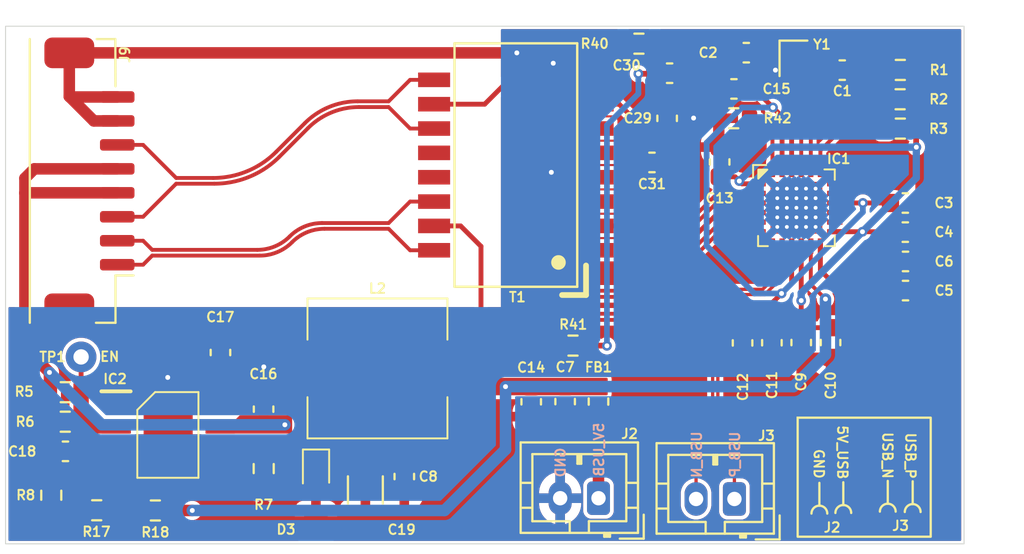
<source format=kicad_pcb>
(kicad_pcb (version 20241229) (generator "pcbnew") (generator_version "9.0")
  (layers (0 "F.Cu" signal) (2 "B.Cu" signal) (13 "F.Paste" user) (15 "B.Paste" user) (5 "F.SilkS" user "F.Silkscreen") (7 "B.SilkS" user "B.Silkscreen") (1 "F.Mask" user) (3 "B.Mask" user) (25 "Edge.Cuts" user))
  (net 0 "")
  (net 1 "/XOUT_1")
  (net 2 "GND")
  (net 3 "/XIN_1")
  (net 4 "VDD10")
  (net 5 "VDD3V3")
  (net 6 "VDD10_UPS")
  (net 7 "5V_LAN")
  (net 8 "5V_USB")
  (net 9 "Net-(IC1-SPISDO)")
  (net 10 "/U2DP")
  (net 14 "/P1")
  (net 15 "/N2")
  (net 16 "/P2")
  (net 17 "/N1")
  (net 18 "Net-(IC1-LANWAKEB)")
  (net 20 "VRAW")
  (net 21 "Net-(IC2-BST)")
  (net 22 "Net-(IC2-SW)")
  (net 23 "Net-(IC2-COMP)")
  (net 24 "Net-(C18-Pad1)")
  (net 25 "Net-(C29-Pad1)")
  (net 26 "Net-(C30-Pad1)")
  (net 27 "Net-(T1-CT1)")
  (net 28 "Net-(IC1-RSET)")
  (net 29 "Net-(IC2-EN)")
  (net 30 "Net-(IC2-FREQ)")
  (net 31 "Net-(IC2-FB)")
  (net 32 "Net-(T1-CT3)")
  (net 33 "Net-(T1-CT4)")
  (net 34 "TRD1_N")
  (net 35 "TRD1_P")
  (net 36 "TRD0_N")
  (net 37 "TRD0_P")
  (net 42 "/U2DN")
  (footprint "Capacitor_SMD:C_0603_1608Metric" (layer "F.Cu") (at 126.945 63.79 180)
    (property "Reference" "C5")
    (property "Value" "100nF")
  )
  (footprint "Resistor_SMD:R_0603_1608Metric" (layer "F.Cu") (at 117.985 54.8 180)
    (property "Reference" "R42")
    (property "Value" "75R")
  )
  (footprint "Capacitor_SMD:C_0603_1608Metric" (layer "F.Cu") (at 117.995 53.27)
    (property "Reference" "C15")
    (property "Value" "100nF")
  )
  (footprint "Connector_JST:JST_PH_B2B-PH-K_1x02_P2.00mm_Vertical" (layer "F.Cu") (at 110.93 74.62 180)
    (property "Reference" "J2")
    (property "Value" "B2B-PH-K-S(LF)(SN)")
  )
  (footprint "Capacitor_SMD:C_0603_1608Metric" (layer "F.Cu") (at 114.64 52.45)
    (property "Reference" "C30")
    (property "Value" "1nF")
  )
  (footprint "Resistor_SMD:R_0603_1608Metric" (layer "F.Cu") (at 83.114 70.63 180)
    (property "Reference" "R6")
    (property "Value" "24.9K")
  )
  (footprint "Footprint Library:MP1584N" (layer "F.Cu") (at 88.482 71.535)
    (property "Reference" "IC2")
    (property "Value" "MP1584EN-LF-Z" (hide yes))
  )
  (footprint "Footprint Library:H1102NL" (layer "F.Cu") (at 106.62 57.24175 90)
    (property "Reference" "T1")
    (property "Value" "H1102NL" (hide yes))
  )
  (footprint "Connector_JST:JST_PH_B2B-PH-K_1x02_P2.00mm_Vertical" (layer "F.Cu") (at 118.02 74.66 180)
    (property "Reference" "J3")
    (property "Value" "B2B-PH-K-S(LF)(SN)")
  )
  (footprint "Footprint Library:0603_Ferrite Beads" (layer "F.Cu") (at 110.93 69.58 -90)
    (property "Reference" "FB1")
    (property "Value" "BLM18AG102SN1D")
  )
  (footprint "Resistor_SMD:R_0603_1608Metric" (layer "F.Cu") (at 87.814 75.26)
    (property "Reference" "R18")
    (property "Value" "210K")
  )
  (footprint "Capacitor_SMD:C_0603_1608Metric" (layer "F.Cu") (at 109.19 69.58 90)
    (property "Reference" "C7")
    (property "Value" "100nF")
  )
  (footprint "Footprint Library:SRI0704-100M" (layer "F.Cu") (at 99.4 67.85 -90)
    (property "Reference" "L2")
    (property "Value" "SRI0704-100M" (hide yes))
  )
  (footprint "Capacitor_SMD:C_0603_1608Metric" (layer "F.Cu") (at 121.505 66.5 90)
    (property "Reference" "C9")
    (property "Value" "100nF")
  )
  (footprint "Resistor_SMD:R_0603_1608Metric" (layer "F.Cu") (at 93.466 73.075 -90)
    (property "Reference" "R7")
    (property "Value" "100K")
  )
  (footprint "Capacitor_SMD:C_0603_1608Metric" (layer "F.Cu") (at 126.935 59.22 180)
    (property "Reference" "C3")
    (property "Value" "100nF")
  )
  (footprint "Capacitor_SMD:C_0603_1608Metric" (layer "F.Cu") (at 119.975 66.51 90)
    (property "Reference" "C11")
    (property "Value" "100nF")
  )
  (footprint "Capacitor_SMD:C_0603_1608Metric" (layer "F.Cu") (at 123.035 66.5 90)
    (property "Reference" "C10")
    (property "Value" "4.7uF")
  )
  (footprint "Capacitor_SMD:C_0603_1608Metric" (layer "F.Cu") (at 118.64 51.38 180)
    (property "Reference" "C2")
    (property "Value" "22pF")
  )
  (footprint "Resistor_SMD:R_0603_1608Metric" (layer "F.Cu") (at 82.384 74.465 -90)
    (property "Reference" "R8")
    (property "Value" "100K")
  )
  (footprint "Resistor_SMD:R_0603_1608Metric" (layer "F.Cu") (at 84.755 75.25 180)
    (property "Reference" "R17")
    (property "Value" "40.2K")
  )
  (footprint "Capacitor_SMD:C_0603_1608Metric" (layer "F.Cu") (at 114.51 54.805 90)
    (property "Reference" "C29")
    (property "Value" "10nF")
  )
  (footprint "Capacitor_SMD:C_0603_1608Metric" (layer "F.Cu") (at 123.645 52.29 180)
    (property "Reference" "C1")
    (property "Value" "22pF")
  )
  (footprint "Resistor_SMD:R_0603_1608Metric" (layer "F.Cu") (at 109.6 66.66)
    (property "Reference" "R41")
    (property "Value" "75R")
  )
  (footprint "Capacitor_SMD:C_0603_1608Metric" (layer "F.Cu") (at 93.46 69.975 -90)
    (property "Reference" "C16")
    (property "Value" "10uF")
  )
  (footprint "Capacitor_SMD:C_0603_1608Metric" (layer "F.Cu") (at 100.8 73.49 90)
    (property "Reference" "C8")
    (property "Value" "4.7uF")
  )
  (footprint "Footprint Library:C_1206_3216Metric" (layer "F.Cu") (at 98.77 74.19 -90)
    (property "Reference" "C19")
    (property "Value" "22uF/6.3V" (hide yes))
  )
  (footprint "Resistor_SMD:R_0603_1608Metric" (layer "F.Cu") (at 83.114 69.09)
    (property "Reference" "R5")
    (property "Value" "100K")
  )
  (footprint "Capacitor_SMD:C_0603_1608Metric" (layer "F.Cu") (at 91.21 67.02 -90)
    (property "Reference" "C17")
    (property "Value" "100nF")
  )
  (footprint "Capacitor_SMD:C_0603_1608Metric" (layer "F.Cu") (at 107.42 69.59 90)
    (property "Reference" "C14")
    (property "Value" "10nF")
  )
  (footprint "Capacitor_SMD:C_0603_1608Metric" (layer "F.Cu") (at 117.25 57.08 -90)
    (property "Reference" "C13")
    (property "Value" "100nF")
  )
  (footprint "Capacitor_SMD:C_0603_1608Metric" (layer "F.Cu") (at 83.124 72.175)
    (property "Reference" "C18")
    (property "Value" "150pF")
  )
  (footprint "Resistor_SMD:R_0603_1608Metric" (layer "F.Cu") (at 113.04 50.91 180)
    (property "Reference" "R40")
    (property "Value" "75R")
  )
  (footprint "Capacitor_SMD:C_0603_1608Metric" (layer "F.Cu") (at 113.72 57.105)
    (property "Reference" "C31")
    (property "Value" "10nF")
  )
  (footprint "Resistor_SMD:R_0603_1608Metric" (layer "F.Cu") (at 126.675 55.34)
    (property "Reference" "R3")
    (property "Value" "10K")
  )
  (footprint "Resistor_SMD:R_0603_1608Metric" (layer "F.Cu") (at 126.665 53.81)
    (property "Reference" "R2")
    (property "Value" "10K")
  )
  (footprint "Oscillator:Oscillator_SMD_Abracon_ASCO-4Pin_1.6x1.2mm" (layer "F.Cu") (at 121.175 51.75)
    (property "Reference" "Y1")
    (property "Value" "RH100-25.000-20-F-1010-T")
  )
  (footprint "Capacitor_SMD:C_0603_1608Metric" (layer "F.Cu") (at 118.445 66.52 90)
    (property "Reference" "C12")
    (property "Value" "4.7uF")
  )
  (footprint "Footprint Library:SS34FA" (layer "F.Cu") (at 96.19 74.26 -90)
    (property "Reference" "D3")
    (property "Value" "SS34C-MD" (hide yes))
  )
  (footprint "Footprint Library:QFN50P400X400X90-25N" (layer "F.Cu") (at 121.255 59.47)
    (property "Reference" "IC1")
    (property "Value" "RTL8152B-VB-CG" (hide yes))
  )
  (footprint "Footprint Library:Test_Point" (layer "F.Cu") (at 83.94 67.25)
    (property "Reference" "TP1")
    (property "Value" "DNP")
  )
  (footprint "Capacitor_SMD:C_0603_1608Metric" (layer "F.Cu") (at 126.945 62.27 180)
    (property "Reference" "C6")
    (property "Value" "1uF")
  )
  (footprint "Resistor_SMD:R_0603_1608Metric" (layer "F.Cu") (at 126.675 52.28)
    (property "Reference" "R1")
    (property "Value" "10K")
  )
  (footprint "Capacitor_SMD:C_0603_1608Metric" (layer "F.Cu") (at 126.935 60.74 180)
    (property "Reference" "C4")
    (property "Value" "100nF")
  )
  (footprint "Connector_JST:JST_GH_BM08B-GHS-TBT_1x08-1MP_P1.25mm_Vertical" (layer "F.Cu") (at 85.825 58.07 90)
    (property "Reference" "J9")
    (property "Value" "DS1020-03-08MVT1-R")
  )
  (gr_arc (start 123.288053 75.39) (mid 123.7 74.978053) (end 124.111947 75.39) (stroke (width 0.12)) (layer "F.SilkS"))
  (gr_line (start 122.451947 75.01) (end 122.451947 73.82) (stroke (width 0.12)) (layer "F.SilkS"))
  (gr_rect (start 121.32 70.42) (end 128.26 76.63) (stroke (width 0.12)) (fill no) (layer "F.SilkS"))
  (gr_arc (start 126.908053 75.34) (mid 127.32 74.928053) (end 127.731947 75.34) (stroke (width 0.12)) (layer "F.SilkS"))
  (gr_arc (start 125.608053 75.32) (mid 126.02 74.908053) (end 126.431947 75.32) (stroke (width 0.12)) (layer "F.SilkS"))
  (gr_line (start 123.7 74.978053) (end 123.7 73.788053) (stroke (width 0.12)) (layer "F.SilkS"))
  (gr_line (start 127.32 74.928053) (end 127.32 73.738053) (stroke (width 0.12)) (layer "F.SilkS"))
  (gr_line (start 126.02 74.908053) (end 126.02 73.718053) (stroke (width 0.12)) (layer "F.SilkS"))
  (gr_arc (start 122.04 75.421947) (mid 122.451947 75.01) (end 122.863894 75.421947) (stroke (width 0.12)) (layer "F.SilkS"))
  (gr_rect (start 80 50) (end 130 77) (stroke (width 0.05)) (fill no) (layer "Edge.Cuts"))
  (gr_text "USB_P" (at 126.911947 71.15 -90) (layer "F.SilkS") (effects (font (size 0.5 0.5) (thickness 0.1) (bold yes)) (justify left bottom)))
  (gr_text "J2" (at 122.621947 76.44 0) (layer "F.SilkS") (effects (font (size 0.5 0.5) (thickness 0.1) (bold yes)) (justify left bottom)))
  (gr_text "EN" (at 84.88 67.53 0) (layer "F.SilkS") (effects (font (size 0.5 0.5) (thickness 0.1) (bold yes)) (justify left bottom)))
  (gr_text "USB_N" (at 125.711947 71.12 -90) (layer "F.SilkS") (effects (font (size 0.5 0.5) (thickness 0.1) (bold yes)) (justify left bottom)))
  (gr_text "5V_USB" (at 123.361947 70.77 -90) (layer "F.SilkS") (effects (font (size 0.5 0.5) (thickness 0.1) (bold yes)) (justify left bottom)))
  (gr_text "GND" (at 122.131947 72 -90) (layer "F.SilkS") (effects (font (size 0.5 0.5) (thickness 0.1) (bold yes)) (justify left bottom)))
  (gr_text "J3" (at 126.191947 76.35 0) (layer "F.SilkS") (effects (font (size 0.5 0.5) (thickness 0.1) (bold yes)) (justify left bottom)))
  (gr_text "USB_N" (at 116.35 71.08 90) (layer "B.SilkS") (effects (font (size 0.5 0.5) (thickness 0.1) (bold yes)) (justify left bottom mirror)))
  (gr_text "USB_P" (at 118.34 71.09 90) (layer "B.SilkS") (effects (font (size 0.5 0.5) (thickness 0.1) (bold yes)) (justify left bottom mirror)))
  (gr_text "GND" (at 109.24 71.93 90) (layer "B.SilkS") (effects (font (size 0.5 0.5) (thickness 0.1) (bold yes)) (justify left bottom mirror)))
  (gr_text "5V_USB" (at 111.25 70.63 90) (layer "B.SilkS") (effects (font (size 0.5 0.5) (thickness 0.1) (bold yes)) (justify left bottom mirror)))
  (segment (start 121.505 52.37) (end 121.575 52.3) (width 0.2032) (layer "F.Cu") (net 1))
  (segment (start 121.505 57.42) (end 121.505 52.37) (width 0.2032) (layer "F.Cu") (net 1))
  (segment (start 122.86 52.3) (end 122.87 52.29) (width 0.2032) (layer "F.Cu") (net 1))
  (segment (start 121.575 52.3) (end 122.86 52.3) (width 0.2032) (layer "F.Cu") (net 1))
  (segment (start 121.585 52.29) (end 121.575 52.3) (width 0.2032) (layer "F.Cu") (net 1))
  (segment (start 83.355 53.69) (end 83.325 53.66) (width 0.6) (layer "F.Cu") (net 2))
  (segment (start 84.605 54.94) (end 83.325 53.66) (width 0.6) (layer "F.Cu") (net 2))
  (segment (start 85.825 54.94) (end 84.605 54.94) (width 0.6) (layer "F.Cu") (net 2))
  (segment (start 85.825 53.69) (end 83.355 53.69) (width 0.6) (layer "F.Cu") (net 2))
  (segment (start 83.325 51.39) (end 83.325 53.66) (width 0.6) (layer "F.Cu") (net 2))
  (segment (start 106.67 51.39) (end 83.325 51.39) (width 0.6) (layer "F.Cu") (net 2))
  (via (at 108.57 51.93) (size 0.508) (drill 0.254) (layers "F.Cu" "B.Cu") (net 2))
  (via (at 115.89 54.79) (size 0.508) (drill 0.254) (layers "F.Cu" "B.Cu") (net 2))
  (via (at 93.47 67.77) (size 0.508) (drill 0.254) (layers "F.Cu" "B.Cu") (net 2))
  (via (at 120.16 52.29) (size 0.508) (drill 0.254) (layers "F.Cu" "B.Cu") (net 2))
  (via (at 108.47 57.62) (size 0.508) (drill 0.254) (layers "F.Cu" "B.Cu") (net 2))
  (via (at 106.67 51.39) (size 0.508) (drill 0.254) (layers "F.Cu" "B.Cu") (net 2))
  (via (at 88.46 68.32) (size 0.508) (drill 0.254) (layers "F.Cu" "B.Cu") (net 2))
  (segment (start 121.005 54.065) (end 121.005 57.42) (width 0.254) (layer "F.Cu") (net 3))
  (segment (start 120.775 51.2) (end 119.595 51.2) (width 0.254) (layer "F.Cu") (net 3))
  (segment (start 119.415 52.475) (end 121.005 54.065) (width 0.254) (layer "F.Cu") (net 3))
  (segment (start 119.415 51.38) (end 119.415 52.475) (width 0.254) (layer "F.Cu") (net 3))
  (segment (start 119.595 51.2) (end 119.415 51.38) (width 0.254) (layer "F.Cu") (net 3))
  (segment (start 123.305 59.22) (end 124.72 59.22) (width 0.254) (layer "F.Cu") (net 4))
  (segment (start 119.06 53.27) (end 120.03 54.24) (width 0.254) (layer "F.Cu") (net 4))
  (segment (start 119.975 64.445) (end 120.48 63.94) (width 0.254) (layer "F.Cu") (net 4))
  (segment (start 118.445 65.745) (end 119.965 65.745) (width 0.254) (layer "F.Cu") (net 4))
  (segment (start 120.505 54.715) (end 120.505 57.42) (width 0.254) (layer "F.Cu") (net 4))
  (segment (start 119.965 65.745) (end 119.975 65.735) (width 0.254) (layer "F.Cu") (net 4))
  (segment (start 120.48 63.94) (end 121.005 63.415) (width 0.254) (layer "F.Cu") (net 4))
  (segment (start 121.005 63.415) (end 121.005 61.52) (width 0.254) (layer "F.Cu") (net 4))
  (segment (start 124.72 59.22) (end 126.16 59.22) (width 0.254) (layer "F.Cu") (net 4))
  (segment (start 120.03 54.24) (end 120.505 54.715) (width 0.254) (layer "F.Cu") (net 4))
  (segment (start 118.77 53.27) (end 119.06 53.27) (width 0.254) (layer "F.Cu") (net 4))
  (segment (start 119.975 65.735) (end 119.975 64.445) (width 0.254) (layer "F.Cu") (net 4))
  (via (at 124.72 59.22) (size 0.508) (drill 0.254) (layers "F.Cu" "B.Cu") (net 4))
  (via (at 120.03 54.24) (size 0.508) (drill 0.254) (layers "F.Cu" "B.Cu") (net 4))
  (via (at 120.48 63.94) (size 0.508) (drill 0.254) (layers "F.Cu" "B.Cu") (net 4))
  (segment (start 120.48 63.94) (end 119.06 63.94) (width 0.3) (layer "B.Cu") (net 4))
  (segment (start 119.06 63.94) (end 116.57 61.45) (width 0.3) (layer "B.Cu") (net 4))
  (segment (start 116.57 61.45) (end 116.57 56.08) (width 0.3) (layer "B.Cu") (net 4))
  (segment (start 118.41 54.24) (end 120.03 54.24) (width 0.3) (layer "B.Cu") (net 4))
  (segment (start 124.72 59.7) (end 124.72 59.22) (width 0.3) (layer "B.Cu") (net 4))
  (segment (start 116.57 56.08) (end 118.41 54.24) (width 0.3) (layer "B.Cu") (net 4))
  (segment (start 120.48 63.94) (end 124.72 59.7) (width 0.3) (layer "B.Cu") (net 4))
  (segment (start 127.49 53.81) (end 127.49 55.33) (width 0.3) (layer "F.Cu") (net 5))
  (segment (start 118.275 58.075) (end 118.055 57.855) (width 0.254) (layer "F.Cu") (net 5))
  (segment (start 121.505 64.31) (end 121.505 65.725) (width 0.254) (layer "F.Cu") (net 5))
  (segment (start 118.275 58.075) (end 118.42 58.22) (width 0.254) (layer "F.Cu") (net 5))
  (segment (start 127.49 55.33) (end 127.5 55.34) (width 0.3) (layer "F.Cu") (net 5))
  (segment (start 118.055 57.855) (end 117.25 57.855) (width 0.254) (layer "F.Cu") (net 5))
  (segment (start 127.5 56.3) (end 127.51 56.31) (width 0.3) (layer "F.Cu") (net 5))
  (segment (start 123.305 60.72) (end 124.7 60.72) (width 0.254) (layer "F.Cu") (net 5))
  (segment (start 127.5 55.34) (end 127.5 56.3) (width 0.3) (layer "F.Cu") (net 5))
  (segment (start 121.505 65.725) (end 123.035 65.725) (width 0.254) (layer "F.Cu") (net 5))
  (segment (start 121.505 61.52) (end 121.505 64.31) (width 0.254) (layer "F.Cu") (net 5))
  (segment (start 126.14 60.72) (end 126.16 60.74) (width 0.254) (layer "F.Cu") (net 5))
  (segment (start 118.42 58.22) (end 119.255 58.22) (width 0.254) (layer "F.Cu") (net 5))
  (segment (start 124.7 60.72) (end 126.14 60.72) (width 0.254) (layer "F.Cu") (net 5))
  (via (at 124.7 60.72) (size 0.508) (drill 0.254) (layers "F.Cu" "B.Cu") (net 5))
  (via (at 121.505 64.31) (size 0.508) (drill 0.254) (layers "F.Cu" "B.Cu") (net 5))
  (via (at 127.51 56.31) (size 0.508) (drill 0.254) (layers "F.Cu" "B.Cu") (net 5))
  (via (at 118.275 58.075) (size 0.508) (drill 0.254) (layers "F.Cu" "B.Cu") (net 5))
  (segment (start 121.505 63.915) (end 124.7 60.72) (width 0.381) (layer "B.Cu") (net 5))
  (segment (start 127.51 57.91) (end 124.7 60.72) (width 0.381) (layer "B.Cu") (net 5))
  (segment (start 120.04 56.31) (end 127.51 56.31) (width 0.381) (layer "B.Cu") (net 5))
  (segment (start 121.505 64.31) (end 121.505 63.915) (width 0.381) (layer "B.Cu") (net 5))
  (segment (start 127.51 56.31) (end 127.51 57.91) (width 0.381) (layer "B.Cu") (net 5))
  (segment (start 118.275 58.075) (end 120.04 56.31) (width 0.381) (layer "B.Cu") (net 5))
  (segment (start 123.565 63.79) (end 122.505 62.73) (width 0.254) (layer "F.Cu") (net 6))
  (segment (start 126.17 63.79) (end 123.565 63.79) (width 0.254) (layer "F.Cu") (net 6))
  (segment (start 122.505 62.73) (end 122.505 61.52) (width 0.254) (layer "F.Cu") (net 6))
  (segment (start 126.17 62.27) (end 126.17 63.79) (width 0.254) (layer "F.Cu") (net 6))
  (segment (start 88.639 75.26) (end 89.74 75.26) (width 0.6) (layer "F.Cu") (net 7))
  (segment (start 122.005 63.465) (end 122.005 61.47) (width 0.2032) (layer "F.Cu") (net 7))
  (segment (start 122.77 64.23) (end 122.005 63.465) (width 0.2032) (layer "F.Cu") (net 7))
  (via (at 122.77 64.23) (size 0.508) (drill 0.254) (layers "F.Cu" "B.Cu") (net 7))
  (via (at 89.74 75.26) (size 0.508) (drill 0.254) (layers "F.Cu" "B.Cu") (net 7))
  (via (at 106.08 68.8) (size 0.508) (drill 0.254) (layers "F.Cu" "B.Cu") (net 7))
  (segment (start 89.74 75.26) (end 102.9 75.26) (width 0.6) (layer "B.Cu") (net 7))
  (segment (start 106.08 72.08) (end 106.08 68.8) (width 0.6) (layer "B.Cu") (net 7))
  (segment (start 122.77 67.13) (end 122.77 64.23) (width 0.6) (layer "B.Cu") (net 7))
  (segment (start 106.08 68.8) (end 121.1 68.8) (width 0.6) (layer "B.Cu") (net 7))
  (segment (start 121.1 68.8) (end 122.77 67.13) (width 0.6) (layer "B.Cu") (net 7))
  (segment (start 102.9 75.26) (end 106.08 72.08) (width 0.6) (layer "B.Cu") (net 7))
  (segment (start 110.93 74.62) (end 110.93 70.3675) (width 0.6) (layer "F.Cu") (net 8))
  (segment (start 125.84 52.29) (end 125.85 52.28) (width 0.2032) (layer "F.Cu") (net 9))
  (segment (start 125.84 53.81) (end 123.885 53.81) (width 0.2032) (layer "F.Cu") (net 9))
  (segment (start 125.84 53.81) (end 125.84 52.29) (width 0.2032) (layer "F.Cu") (net 9))
  (segment (start 123.885 53.81) (end 122.005 55.69) (width 0.2032) (layer "F.Cu") (net 9))
  (segment (start 122.005 55.69) (end 122.005 57.42) (width 0.2032) (layer "F.Cu") (net 9))
  (segment (start 118.02 74.66) (end 118.02 73.347499) (width 0.17) (layer "F.Cu") (net 10))
  (segment (start 117.156 64.807252) (end 117.967252 63.996) (width 0.17) (layer "F.Cu") (net 10))
  (segment (start 118.02 73.347499) (end 117.156 72.483499) (width 0.17) (layer "F.Cu") (net 10))
  (segment (start 119.606332 63.996) (end 119.76508 63.837252) (width 0.17) (layer "F.Cu") (net 10))
  (segment (start 119.381828 63.996) (end 119.606332 63.996) (width 0.17) (layer "F.Cu") (net 10))
  (segment (start 120.391 62.272253) (end 120.391 62.159001) (width 0.17) (layer "F.Cu") (net 10))
  (segment (start 117.967252 63.996) (end 119.381828 63.996) (width 0.17) (layer "F.Cu") (net 10))
  (segment (start 120.232252 63.37008) (end 120.391 63.211332) (width 0.17) (layer "F.Cu") (net 10))
  (segment (start 119.76508 63.837252) (end 120.232252 63.37008) (width 0.17) (layer "F.Cu") (net 10))
  (segment (start 117.156 72.370247) (end 117.156 64.807252) (width 0.17) (layer "F.Cu") (net 10))
  (segment (start 120.391 63.211332) (end 120.391 62.986828) (width 0.17) (layer "F.Cu") (net 10))
  (segment (start 120.391 62.986828) (end 120.391 62.272253) (width 0.17) (layer "F.Cu") (net 10))
  (segment (start 120.505 62.045001) (end 120.505 61.52) (width 0.17) (layer "F.Cu") (net 10))
  (segment (start 120.391 62.159001) (end 120.505 62.045001) (width 0.17) (layer "F.Cu") (net 10))
  (segment (start 117.156 72.483499) (end 117.156 72.370247) (width 0.17) (layer "F.Cu") (net 10))
  (segment (start 116.855274 58.997037) (end 116.855274 58.997038) (width 0.2) (layer "F.Cu") (net 14))
  (segment (start 118.457037 58.809) (end 118.590999 58.809) (width 0.2) (layer "F.Cu") (net 14))
  (segment (start 108.629938 60.57775) (end 107.861 61.346688) (width 0.2) (layer "F.Cu") (net 14))
  (segment (start 109.321 60.57775) (end 109.187038 60.57775) (width 0.2) (layer "F.Cu") (net 14))
  (segment (start 117.309236 58.809) (end 118.457037 58.809) (width 0.2) (layer "F.Cu") (net 14))
  (segment (start 110.885 61.68675) (end 110.43 61.68675) (width 0.2) (layer "F.Cu") (net 14))
  (segment (start 117.043311 58.809) (end 117.043312 58.809) (width 0.2) (layer "F.Cu") (net 14))
  (segment (start 109.187038 60.57775) (end 108.629938 60.57775) (width 0.2) (layer "F.Cu") (net 14))
  (segment (start 107.861 63.117038) (end 108.542962 63.799) (width 0.2) (layer "F.Cu") (net 14))
  (segment (start 116.855274 58.997038) (end 117.043311 58.809) (width 0.2) (layer "F.Cu") (net 14))
  (segment (start 108.542962 63.799) (end 112.053312 63.799) (width 0.2) (layer "F.Cu") (net 14))
  (segment (start 118.679999 58.72) (end 119.205 58.72) (width 0.2) (layer "F.Cu") (net 14))
  (segment (start 117.043312 58.809) (end 117.309236 58.809) (width 0.2) (layer "F.Cu") (net 14))
  (segment (start 112.053312 63.799) (end 116.855274 58.997037) (width 0.2) (layer "F.Cu") (net 14))
  (segment (start 110.43 61.68675) (end 109.321 60.57775) (width 0.2) (layer "F.Cu") (net 14))
  (segment (start 107.861 61.346688) (end 107.861 63.117038) (width 0.2) (layer "F.Cu") (net 14))
  (segment (start 118.590999 58.809) (end 118.679999 58.72) (width 0.2) (layer "F.Cu") (net 14))
  (segment (start 118.679999 60.22) (end 119.205 60.22) (width 0.2) (layer "F.Cu") (net 15))
  (segment (start 106.32 55.203726) (end 106.32 63.73) (width 0.2) (layer "F.Cu") (net 15))
  (segment (start 108.522499 53.90675) (end 107.616976 53.90675) (width 0.2) (layer "F.Cu") (net 15))
  (segment (start 106.32 63.73) (end 107.91 65.32) (width 0.2) (layer "F.Cu") (net 15))
  (segment (start 117.826274 60.13) (end 118.589999 60.13) (width 0.2) (layer "F.Cu") (net 15))
  (segment (start 107.616976 53.90675) (end 106.32 55.203726) (width 0.2) (layer "F.Cu") (net 15))
  (segment (start 107.91 65.32) (end 112.636274 65.32) (width 0.2) (layer "F.Cu") (net 15))
  (segment (start 118.589999 60.13) (end 118.679999 60.22) (width 0.2) (layer "F.Cu") (net 15))
  (segment (start 109.632499 52.79675) (end 108.522499 53.90675) (width 0.2) (layer "F.Cu") (net 15))
  (segment (start 110.885 52.79675) (end 109.632499 52.79675) (width 0.2) (layer "F.Cu") (net 15))
  (segment (start 112.636274 65.32) (end 117.826274 60.13) (width 0.2) (layer "F.Cu") (net 15))
  (segment (start 106.641 63.597038) (end 108.042962 64.999) (width 0.2) (layer "F.Cu") (net 16))
  (segment (start 117.693311 59.809) (end 117.693312 59.809) (width 0.2) (layer "F.Cu") (net 16))
  (segment (start 118.590999 59.809) (end 118.679999 59.72) (width 0.2) (layer "F.Cu") (net 16))
  (segment (start 117.693312 59.809) (end 117.959236 59.809) (width 0.2) (layer "F.Cu") (net 16))
  (segment (start 109.632499 55.33675) (end 108.523499 54.22775) (width 0.2) (layer "F.Cu") (net 16))
  (segment (start 117.959236 59.809) (end 118.457037 59.809) (width 0.2) (layer "F.Cu") (net 16))
  (segment (start 108.523499 54.22775) (end 108.389537 54.22775) (width 0.2) (layer "F.Cu") (net 16))
  (segment (start 112.503312 64.999) (end 117.505274 59.997037) (width 0.2) (layer "F.Cu") (net 16))
  (segment (start 106.641 55.336688) (end 106.641 63.597038) (width 0.2) (layer "F.Cu") (net 16))
  (segment (start 107.749938 54.22775) (end 106.641 55.336688) (width 0.2) (layer "F.Cu") (net 16))
  (segment (start 118.457037 59.809) (end 118.590999 59.809) (width 0.2) (layer "F.Cu") (net 16))
  (segment (start 108.042962 64.999) (end 112.503312 64.999) (width 0.2) (layer "F.Cu") (net 16))
  (segment (start 108.389537 54.22775) (end 107.749938 54.22775) (width 0.2) (layer "F.Cu") (net 16))
  (segment (start 118.679999 59.72) (end 119.205 59.72) (width 0.2) (layer "F.Cu") (net 16))
  (segment (start 117.505274 59.997038) (end 117.693311 59.809) (width 0.2) (layer "F.Cu") (net 16))
  (segment (start 117.505274 59.997037) (end 117.505274 59.997038) (width 0.2) (layer "F.Cu") (net 16))
  (segment (start 110.885 55.33675) (end 109.632499 55.33675) (width 0.2) (layer "F.Cu") (net 16))
  (segment (start 108.496976 60.25675) (end 107.54 61.213726) (width 0.2) (layer "F.Cu") (net 17))
  (segment (start 108.41 64.12) (end 112.186274 64.12) (width 0.2) (layer "F.Cu") (net 17))
  (segment (start 109.32 60.25675) (end 108.496976 60.25675) (width 0.2) (layer "F.Cu") (net 17))
  (segment (start 112.186274 64.12) (end 117.176274 59.13) (width 0.2) (layer "F.Cu") (net 17))
  (segment (start 118.679999 59.22) (end 119.205 59.22) (width 0.2) (layer "F.Cu") (net 17))
  (segment (start 110.885 59.14675) (end 110.43 59.14675) (width 0.2) (layer "F.Cu") (net 17))
  (segment (start 107.54 61.213726) (end 107.54 63.25) (width 0.2) (layer "F.Cu") (net 17))
  (segment (start 117.176274 59.13) (end 118.589999 59.13) (width 0.2) (layer "F.Cu") (net 17))
  (segment (start 118.589999 59.13) (end 118.679999 59.22) (width 0.2) (layer "F.Cu") (net 17))
  (segment (start 110.43 59.14675) (end 109.32 60.25675) (width 0.2) (layer "F.Cu") (net 17))
  (segment (start 107.54 63.25) (end 108.41 64.12) (width 0.2) (layer "F.Cu") (net 17))
  (segment (start 122.505 57.42) (end 122.505 56.48) (width 0.2032) (layer "F.Cu") (net 18))
  (segment (start 122.505 56.48) (end 123.645 55.34) (width 0.2032) (layer "F.Cu") (net 18))
  (segment (start 123.645 55.34) (end 125.85 55.34) (width 0.2032) (layer "F.Cu") (net 18))
  (segment (start 85.825 58.69) (end 81.02 58.69) (width 0.6) (layer "F.Cu") (net 20))
  (segment (start 85.825 57.44) (end 81.5 57.44) (width 0.6) (layer "F.Cu") (net 20))
  (segment (start 81.02 58.69) (end 81.01 58.7) (width 0.6) (layer "F.Cu") (net 20))
  (segment (start 82.289 68.061) (end 82.29 68.06) (width 0.6) (layer "F.Cu") (net 20))
  (segment (start 81.5 57.44) (end 81.01 57.93) (width 0.6) (layer "F.Cu") (net 20))
  (segment (start 81.01 57.93) (end 81.01 58.7) (width 0.6) (layer "F.Cu") (net 20))
  (segment (start 81.01 58.7) (end 81.01 66.78) (width 0.6) (layer "F.Cu") (net 20))
  (segment (start 81.01 66.78) (end 82.29 68.06) (width 0.6) (layer "F.Cu") (net 20))
  (segment (start 82.289 69.09) (end 82.289 68.061) (width 0.6) (layer "F.Cu") (net 20))
  (via (at 94.57 70.79) (size 0.508) (drill 0.254) (layers "F.Cu" "B.Cu") (net 20))
  (via (at 82.29 68.06) (size 0.508) (drill 0.254) (layers "F.Cu" "B.Cu") (net 20))
  (segment (start 94.57 70.79) (end 85.02 70.79) (width 0.6) (layer "B.Cu") (net 20))
  (segment (start 85.02 70.79) (end 82.29 68.06) (width 0.6) (layer "B.Cu") (net 20))
  (segment (start 83.899 72.175) (end 85.765 72.175) (width 0.4) (layer "F.Cu") (net 23))
  (segment (start 85.765 72.175) (end 85.77 72.17) (width 0.4) (layer "F.Cu") (net 23))
  (segment (start 82.349 72.175) (end 82.349 73.605) (width 0.4) (layer "F.Cu") (net 24))
  (segment (start 82.349 73.605) (end 82.384 73.64) (width 0.4) (layer "F.Cu") (net 24))
  (segment (start 114.51 55.58) (end 114.51 57.09) (width 0.254) (layer "F.Cu") (net 25))
  (segment (start 114.51 57.09) (end 114.495 57.105) (width 0.254) (layer "F.Cu") (net 25))
  (segment (start 110.425 66.66) (end 111.36 66.66) (width 0.3) (layer "F.Cu") (net 26))
  (segment (start 113.01 52.48) (end 113.835 52.48) (width 0.3) (layer "F.Cu") (net 26))
  (segment (start 113.835 52.48) (end 113.865 52.45) (width 0.3) (layer "F.Cu") (net 26))
  (segment (start 111.36 66.66) (end 111.37 66.67) (width 0.3) (layer "F.Cu") (net 26))
  (segment (start 113.865 50.91) (end 113.865 52.45) (width 0.4) (layer "F.Cu") (net 26))
  (via (at 111.37 66.67) (size 0.508) (drill 0.254) (layers "F.Cu" "B.Cu") (net 26))
  (via (at 113.01 52.48) (size 0.508) (drill 0.254) (layers "F.Cu" "B.Cu") (net 26))
  (segment (start 113.01 52.48) (end 113.01 53.52) (width 0.3) (layer "B.Cu") (net 26))
  (segment (start 111.37 55.16) (end 111.37 66.67) (width 0.3) (layer "B.Cu") (net 26))
  (segment (start 113.01 53.52) (end 111.37 55.16) (width 0.3) (layer "B.Cu") (net 26))
  (segment (start 112.945 57.105) (end 112.945 55.005) (width 0.254) (layer "F.Cu") (net 27))
  (segment (start 112.00675 54.06675) (end 110.885 54.06675) (width 0.254) (layer "F.Cu") (net 27))
  (segment (start 112.945 55.005) (end 112.00675 54.06675) (width 0.254) (layer "F.Cu") (net 27))
  (segment (start 112.945 59.715) (end 112.24325 60.41675) (width 0.254) (layer "F.Cu") (net 27))
  (segment (start 112.24325 60.41675) (end 110.885 60.41675) (width 0.254) (layer "F.Cu") (net 27))
  (segment (start 112.945 59.715) (end 112.945 57.105) (width 0.254) (layer "F.Cu") (net 27))
  (segment (start 119.315 54.8) (end 120.005 55.49) (width 0.2032) (layer "F.Cu") (net 28))
  (segment (start 118.81 54.8) (end 119.315 54.8) (width 0.2032) (layer "F.Cu") (net 28))
  (segment (start 120.005 55.49) (end 120.005 57.42) (width 0.2032) (layer "F.Cu") (net 28))
  (segment (start 83.94 69.089) (end 83.939 69.09) (width 0.254) (layer "F.Cu") (net 29))
  (segment (start 83.94 67.25) (end 83.94 69.089) (width 0.254) (layer "F.Cu") (net 29))
  (segment (start 83.95 67.24) (end 83.94 67.25) (width 0.254) (layer "F.Cu") (net 29))
  (segment (start 93.386 72.17) (end 93.466 72.25) (width 0.4) (layer "F.Cu") (net 30))
  (segment (start 91.194 72.17) (end 93.386 72.17) (width 0.4) (layer "F.Cu") (net 30))
  (segment (start 112.215 50.91) (end 108.15 50.91) (width 0.254) (layer "F.Cu") (net 32))
  (segment (start 104.99325 54.06675) (end 102.355 54.06675) (width 0.254) (layer "F.Cu") (net 32))
  (segment (start 108.15 50.91) (end 104.99325 54.06675) (width 0.254) (layer "F.Cu") (net 32))
  (segment (start 104.8 65.46) (end 104.8 61.48) (width 0.254) (layer "F.Cu") (net 33))
  (segment (start 106 66.66) (end 104.8 65.46) (width 0.254) (layer "F.Cu") (net 33))
  (segment (start 108.775 66.66) (end 106 66.66) (width 0.254) (layer "F.Cu") (net 33))
  (segment (start 103.73675 60.41675) (end 102.355 60.41675) (width 0.254) (layer "F.Cu") (net 33))
  (segment (start 104.8 61.48) (end 103.73675 60.41675) (width 0.254) (layer "F.Cu") (net 33))
  (segment (start 85.825 56.19) (end 87.175001 56.19) (width 0.2) (layer "F.Cu") (net 34))
  (segment (start 99.982499 53.91675) (end 101.102499 52.79675) (width 0.2) (layer "F.Cu") (net 34))
  (segment (start 95.608652 55.059215) (end 94.115062 56.552805) (width 0.2) (layer "F.Cu") (net 34))
  (segment (start 87.175001 56.19) (end 88.900001 57.915) (width 0.2) (layer "F.Cu") (net 34))
  (segment (start 101.102499 52.79675) (end 102.355 52.79675) (width 0.2) (layer "F.Cu") (net 34))
  (segment (start 98.366808 53.91675) (end 99.982499 53.91675) (width 0.2) (layer "F.Cu") (net 34))
  (segment (start 90.826434 57.915) (end 88.900001 57.915) (width 0.2) (layer "F.Cu") (net 34))
  (arc (start 98.366808 53.91675) (mid 96.874104 54.213666) (end 95.608652 55.059215) (width 0.2) (layer "F.Cu") (net 34))
  (arc (start 94.115062 56.552805) (mid 92.606226 57.560977) (end 90.826434 57.915) (width 0.2) (layer "F.Cu") (net 34))
  (segment (start 87.175001 59.94) (end 88.900001 58.215) (width 0.2) (layer "F.Cu") (net 35))
  (segment (start 85.825 59.94) (end 87.175001 59.94) (width 0.2) (layer "F.Cu") (net 35))
  (segment (start 98.42894 54.21675) (end 99.982499 54.21675) (width 0.2) (layer "F.Cu") (net 35))
  (segment (start 95.77685 55.315281) (end 94.28326 56.808871) (width 0.2) (layer "F.Cu") (net 35))
  (segment (start 101.102499 55.33675) (end 102.355 55.33675) (width 0.2) (layer "F.Cu") (net 35))
  (segment (start 99.982499 54.21675) (end 101.102499 55.33675) (width 0.2) (layer "F.Cu") (net 35))
  (segment (start 90.888566 58.215) (end 88.900001 58.215) (width 0.2) (layer "F.Cu") (net 35))
  (arc (start 98.42894 54.21675) (mid 96.993639 54.502248) (end 95.77685 55.315281) (width 0.2) (layer "F.Cu") (net 35))
  (arc (start 94.28326 56.808871) (mid 92.725761 57.849558) (end 90.888566 58.215) (width 0.2) (layer "F.Cu") (net 35))
  (segment (start 87.175001 61.19) (end 87.650001 61.665) (width 0.2) (layer "F.Cu") (net 36))
  (segment (start 101.102499 59.14675) (end 102.355 59.14675) (width 0.2) (layer "F.Cu") (net 36))
  (segment (start 99.982499 60.26675) (end 101.102499 59.14675) (width 0.2) (layer "F.Cu") (net 36))
  (segment (start 96.50983 60.26675) (end 99.982499 60.26675) (width 0.2) (layer "F.Cu") (net 36))
  (segment (start 93.134155 61.665) (end 87.650001 61.665) (width 0.2) (layer "F.Cu") (net 36))
  (segment (start 85.825 61.19) (end 87.175001 61.19) (width 0.2) (layer "F.Cu") (net 36))
  (arc (start 96.50983 60.26675) (mid 95.596379 60.448446) (end 94.821993 60.965875) (width 0.2) (layer "F.Cu") (net 36))
  (arc (start 94.821993 60.965875) (mid 94.047606 61.483303) (end 93.134155 61.665) (width 0.2) (layer "F.Cu") (net 36))
  (segment (start 93.258419 61.965) (end 87.650001 61.965) (width 0.2) (layer "F.Cu") (net 37))
  (segment (start 99.982499 60.56675) (end 101.102499 61.68675) (width 0.2) (layer "F.Cu") (net 37))
  (segment (start 85.825 62.44) (end 87.175001 62.44) (width 0.2) (layer "F.Cu") (net 37))
  (segment (start 101.102499 61.68675) (end 102.355 61.68675) (width 0.2) (layer "F.Cu") (net 37))
  (segment (start 96.634094 60.56675) (end 99.982499 60.56675) (width 0.2) (layer "F.Cu") (net 37))
  (segment (start 87.175001 62.44) (end 87.650001 61.965) (width 0.2) (layer "F.Cu") (net 37))
  (arc (start 94.946257 61.265875) (mid 94.17187 61.783303) (end 93.258419 61.965) (width 0.2) (layer "F.Cu") (net 37))
  (arc (start 96.634094 60.56675) (mid 95.720643 60.748446) (end 94.946257 61.265875) (width 0.2) (layer "F.Cu") (net 37))
  (segment (start 120.12 62.160001) (end 120.005 62.045001) (width 0.17) (layer "F.Cu") (net 42))
  (segment (start 120.12 63.09908) (end 120.12 62.160001) (width 0.17) (layer "F.Cu") (net 42))
  (segment (start 120.005 62.045001) (end 120.005 61.52) (width 0.17) (layer "F.Cu") (net 42))
  (segment (start 119.49408 63.725) (end 120.12 63.09908) (width 0.17) (layer "F.Cu") (net 42))
  (segment (start 116.02 73.347499) (end 116.885 72.482499) (width 0.17) (layer "F.Cu") (net 42))
  (segment (start 116.885 72.482499) (end 116.885 64.695) (width 0.17) (layer "F.Cu") (net 42))
  (segment (start 117.855 63.725) (end 119.49408 63.725) (width 0.17) (layer "F.Cu") (net 42))
  (segment (start 116.02 74.66) (end 116.02 73.347499) (width 0.17) (layer "F.Cu") (net 42))
  (segment (start 116.885 64.695) (end 117.855 63.725) (width 0.17) (layer "F.Cu") (net 42))
  (zone (net 22) (net_name "Net-(IC2-SW)") (layer "F.Cu") (priority 16) (connect_pads yes (clearance 0.2)) (min_thickness 0.1) (fill yes (thermal_gap 0.5) (thermal_bridge_width 0.5))
    (polygon (pts (xy 85.01 65.77) (xy 97.03 65.77) (xy 97.03 73.28) (xy 95.37 73.28) (xy 95.37 66.7) (xy 86.53 66.7) (xy 86.53 69.98) (xy 85.01 69.98)))
  )
  (zone (net 20) (net_name "VRAW") (layer "F.Cu") (priority 13) (connect_pads yes (clearance 0.2)) (min_thickness 0.1) (fill yes (thermal_gap 0.5) (thermal_bridge_width 0.5))
    (polygon (pts (xy 94.95 71.25) (xy 94.95 70.29) (xy 92.22 70.29) (xy 91.96 70.55) (xy 90.43 70.55) (xy 90.43 71.25)))
  )
  (zone (net 29) (net_name "Net-(IC2-EN)") (layer "F.Cu") (priority 11) (connect_pads yes (clearance 0.2)) (min_thickness 0.1) (fill yes (thermal_gap 0.5) (thermal_bridge_width 0.5))
    (polygon (pts (xy 84.27 71.1) (xy 84.42 71.25) (xy 86.53 71.25) (xy 86.53 70.55) (xy 84.96 70.55) (xy 84.34 69.93) (xy 84.34 68.61) (xy 83.54 68.61) (xy 83.54 71.1)))
  )
  (zone (net 31) (net_name "Net-(IC2-FB)") (layer "F.Cu") (priority 12) (connect_pads yes (clearance 0.2)) (min_thickness 0.1) (fill yes (thermal_gap 0.5) (thermal_bridge_width 0.5))
    (polygon (pts (xy 85.01 73.09) (xy 85.01 75.73) (xy 87.39 75.73) (xy 87.39 74.64) (xy 86.54 73.79) (xy 86.54 73.09)))
  )
  (zone (net 7) (net_name "5V_LAN") (layer "F.Cu") (priority 18) (connect_pads yes (clearance 0.2)) (min_thickness 0.1) (fill yes (thermal_gap 0.5) (thermal_bridge_width 0.5))
    (polygon (pts (xy 103.63 73.29) (xy 103.63 69.25) (xy 111.41 69.25) (xy 111.41 68.34) (xy 103.65 68.34) (xy 103.65 66.75) (xy 101.8 66.75) (xy 101.8 72.14) (xy 97.88 72.14) (xy 97.88 73.29)))
  )
  (zone (net 21) (net_name "Net-(IC2-BST)") (layer "F.Cu") (priority 15) (connect_pads yes (clearance 0.2)) (min_thickness 0.1) (fill yes (thermal_gap 0.5) (thermal_bridge_width 0.5))
    (polygon (pts (xy 90.43 69.98) (xy 90.43 68.98) (xy 90.75 68.66) (xy 90.75 67.22) (xy 91.64 67.22) (xy 91.64 68.66) (xy 91.96 68.98) (xy 91.96 69.98)))
  )
  (zone (net 0) (net_name "") (layers "F.Cu" "B.Cu") (connect_pads (clearance 0)) (min_thickness 0.25)
    (keepout (tracks allowed) (vias allowed) (pads allowed) (copperpour not_allowed) (footprints allowed))
    (fill (thermal_gap 0.5) (thermal_bridge_width 0.5))
    (polygon (pts (xy 80 50) (xy 105.84 50) (xy 105.84 63.6) (xy 105.84 64.65) (xy 80 64.65)))
  )
  (zone (net 2) (net_name "GND") (layers "F.Cu" "B.Cu") (priority 5) (connect_pads (clearance 0.2)) (min_thickness 0.1) (fill yes (thermal_gap 0.5) (thermal_bridge_width 0.5))
    (polygon (pts (xy 130.36 49.75) (xy 130.36 77.49) (xy 79.71 77.49) (xy 79.71 49.75)))
  )
)
</source>
